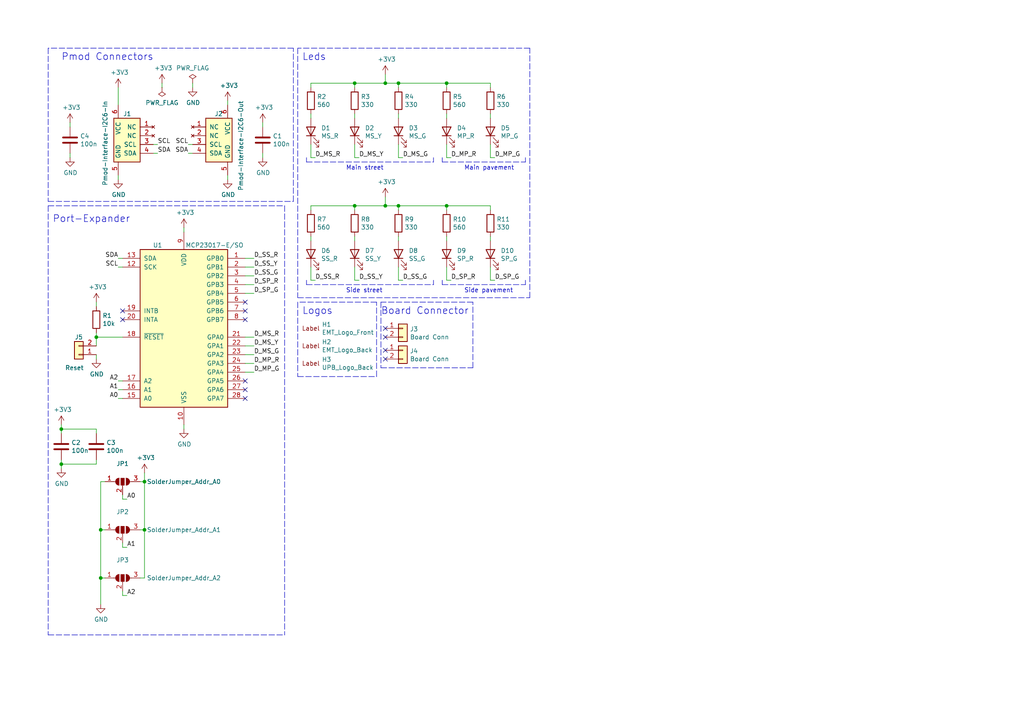
<source format=kicad_sch>
(kicad_sch (version 20211123) (generator eeschema)
  (paper "A4")
  (title_block (title "PMI-ALICE") (date "2023-02-09") (rev "V 1.3") (company "Paderborn University - Measurement Engineering Group"))
  (lib_symbols
    (symbol "Connector_Generic:Conn_01x02" (pin_names (offset 1.016) hide)
      (property "Reference" "J" (at 0 2.54 0))
      (property "Value" "Conn_01x02" (at 0 -5.08 0))
      (symbol "Conn_01x02_1_1"
        (rectangle (start -1.27 -2.413) (end 0 -2.667) (stroke (width 0.1524)))
        (rectangle (start -1.27 0.127) (end 0 -0.127) (stroke (width 0.1524)))
        (rectangle (start -1.27 1.27) (end 1.27 -3.81) (stroke (width 0.254)) (fill (type background)))
        (pin passive line (at -5.08 0 0) (length 3.81) (name "Pin_1") (number "1"))
        (pin passive line (at -5.08 -2.54 0) (length 3.81) (name "Pin_2") (number "2"))
      )
    )
    (symbol "Device:C" (pin_numbers hide) (pin_names (offset 0.254))
      (property "Reference" "C" (at 0.635 2.54 0))
      (property "Value" "C" (at 0.635 -2.54 0))
      (symbol "C_0_1"
        (polyline (pts (xy -2.032 -0.762) (xy 2.032 -0.762)) (stroke (width 0.508)))
        (polyline (pts (xy -2.032 0.762) (xy 2.032 0.762)) (stroke (width 0.508)))
      )
      (symbol "C_1_1"
        (pin passive line (at 0 3.81 270) (length 2.794) (name "~") (number "1"))
        (pin passive line (at 0 -3.81 90) (length 2.794) (name "~") (number "2"))
      )
    )
    (symbol "Device:LED" (pin_numbers hide) (pin_names (offset 1.016) hide)
      (property "Reference" "D" (at 0 2.54 0))
      (property "Value" "LED" (at 0 -2.54 0))
      (symbol "LED_0_1"
        (polyline (pts (xy -1.27 -1.27) (xy -1.27 1.27)) (stroke (width 0.254)))
        (polyline (pts (xy -1.27 0) (xy 1.27 0)))
        (polyline (pts (xy 1.27 -1.27) (xy 1.27 1.27) (xy -1.27 0) (xy 1.27 -1.27)) (stroke (width 0.254)))
        (polyline (pts (xy -3.048 -0.762) (xy -4.572 -2.286) (xy -3.81 -2.286) (xy -4.572 -2.286) (xy -4.572 -1.524)))
        (polyline (pts (xy -1.778 -0.762) (xy -3.302 -2.286) (xy -2.54 -2.286) (xy -3.302 -2.286) (xy -3.302 -1.524)))
      )
      (symbol "LED_1_1"
        (pin passive line (at -3.81 0 0) (length 2.54) (name "K") (number "1"))
        (pin passive line (at 3.81 0 180) (length 2.54) (name "A") (number "2"))
      )
    )
    (symbol "Device:R" (pin_numbers hide) (pin_names (offset 0))
      (property "Reference" "R" (at 2.032 0 90))
      (property "Value" "R" (at 0 0 90))
      (symbol "R_0_1"
        (rectangle (start -1.016 -2.54) (end 1.016 2.54) (stroke (width 0.254)))
      )
      (symbol "R_1_1"
        (pin passive line (at 0 3.81 270) (length 1.27) (name "~") (number "1"))
        (pin passive line (at 0 -3.81 90) (length 1.27) (name "~") (number "2"))
      )
    )
    (symbol "Interface_Expansion:MCP23017_SO" (pin_names (offset 1.016))
      (property "Reference" "U" (at -11.43 24.13 0))
      (property "Value" "MCP23017_SO" (at 0 0 0))
      (symbol "MCP23017_SO_0_1"
        (rectangle (start -12.7 22.86) (end 12.7 -22.86) (stroke (width 0.254)) (fill (type background)))
      )
      (symbol "MCP23017_SO_1_1"
        (pin bidirectional line (at 17.78 20.32 180) (length 5.08) (name "GPB0") (number "1"))
        (pin power_in line (at 0 -27.94 90) (length 5.08) (name "VSS") (number "10"))
        (pin no_connect line (at -12.7 15.24 0) (length 5.08) hide (name "NC") (number "11"))
        (pin input line (at -17.78 17.78 0) (length 5.08) (name "SCK") (number "12"))
        (pin bidirectional line (at -17.78 20.32 0) (length 5.08) (name "SDA") (number "13"))
        (pin no_connect line (at -12.7 12.7 0) (length 5.08) hide (name "NC") (number "14"))
        (pin input line (at -17.78 -20.32 0) (length 5.08) (name "A0") (number "15"))
        (pin input line (at -17.78 -17.78 0) (length 5.08) (name "A1") (number "16"))
        (pin input line (at -17.78 -15.24 0) (length 5.08) (name "A2") (number "17"))
        (pin input line (at -17.78 -2.54 0) (length 5.08) (name "~{RESET}") (number "18"))
        (pin tri_state line (at -17.78 5.08 0) (length 5.08) (name "INTB") (number "19"))
        (pin bidirectional line (at 17.78 17.78 180) (length 5.08) (name "GPB1") (number "2"))
        (pin tri_state line (at -17.78 2.54 0) (length 5.08) (name "INTA") (number "20"))
        (pin bidirectional line (at 17.78 -2.54 180) (length 5.08) (name "GPA0") (number "21"))
        (pin bidirectional line (at 17.78 -5.08 180) (length 5.08) (name "GPA1") (number "22"))
        (pin bidirectional line (at 17.78 -7.62 180) (length 5.08) (name "GPA2") (number "23"))
        (pin bidirectional line (at 17.78 -10.16 180) (length 5.08) (name "GPA3") (number "24"))
        (pin bidirectional line (at 17.78 -12.7 180) (length 5.08) (name "GPA4") (number "25"))
        (pin bidirectional line (at 17.78 -15.24 180) (length 5.08) (name "GPA5") (number "26"))
        (pin bidirectional line (at 17.78 -17.78 180) (length 5.08) (name "GPA6") (number "27"))
        (pin bidirectional line (at 17.78 -20.32 180) (length 5.08) (name "GPA7") (number "28"))
        (pin bidirectional line (at 17.78 15.24 180) (length 5.08) (name "GPB2") (number "3"))
        (pin bidirectional line (at 17.78 12.7 180) (length 5.08) (name "GPB3") (number "4"))
        (pin bidirectional line (at 17.78 10.16 180) (length 5.08) (name "GPB4") (number "5"))
        (pin bidirectional line (at 17.78 7.62 180) (length 5.08) (name "GPB5") (number "6"))
        (pin bidirectional line (at 17.78 5.08 180) (length 5.08) (name "GPB6") (number "7"))
        (pin bidirectional line (at 17.78 2.54 180) (length 5.08) (name "GPB7") (number "8"))
        (pin power_in line (at 0 27.94 270) (length 5.08) (name "VDD") (number "9"))
      )
    )
    (symbol "Jumper:SolderJumper_3_Open" (pin_names (offset 0) hide)
      (property "Reference" "JP" (at -2.54 -2.54 0))
      (property "Value" "SolderJumper_3_Open" (at 0 2.794 0))
      (symbol "SolderJumper_3_Open_0_1"
        (arc (start -1.016 1.016) (mid -2.032 0) (end -1.016 -1.016))
        (arc (start -1.016 1.016) (mid -2.032 0) (end -1.016 -1.016) (fill (type outline)))
        (rectangle (start -0.508 1.016) (end 0.508 -1.016) (fill (type outline)))
        (polyline (pts (xy -2.54 0) (xy -2.032 0)))
        (polyline (pts (xy -1.016 1.016) (xy -1.016 -1.016)))
        (polyline (pts (xy 0 -1.27) (xy 0 -1.016)))
        (polyline (pts (xy 1.016 1.016) (xy 1.016 -1.016)))
        (polyline (pts (xy 2.54 0) (xy 2.032 0)))
        (arc (start 1.016 -1.016) (mid 2.032 0) (end 1.016 1.016))
        (arc (start 1.016 -1.016) (mid 2.032 0) (end 1.016 1.016) (fill (type outline)))
      )
      (symbol "SolderJumper_3_Open_1_1"
        (pin passive line (at -5.08 0 0) (length 2.54) (name "A") (number "1"))
        (pin passive line (at 0 -3.81 90) (length 2.54) (name "C") (number "2"))
        (pin passive line (at 5.08 0 180) (length 2.54) (name "B") (number "3"))
      )
    )
    (symbol "Mechanical-emt:Silkscreen_Label"
      (property "Reference" "H" (at 0 2.54 0))
      (property "Value" "Silkscreen_Label" (at 0 -2.54 0))
      (symbol "Silkscreen_Label_0_0"
        (text "Label" (at 0 0 0) (effects (font (size 1.27 1.27))))
      )
    )
    (symbol "Pmod-Interface-I2C6_1" (pin_names (offset 1.016))
      (property "Reference" "J" (at 0 7.62 0))
      (property "Value" "Pmod-Interface-I2C6_1" (at 8.89 -7.62 0))
      (symbol "Pmod-Interface-I2C6_1_1_1"
        (rectangle (start 3.81 -6.35) (end -3.81 6.35) (stroke (width 0.254)) (fill (type background)))
        (pin no_connect line (at 7.62 3.81 180) (length 3.81) (name "NC") (number "1"))
        (pin no_connect line (at 7.62 1.27 180) (length 3.81) (name "NC") (number "2"))
        (pin bidirectional line (at 7.62 -1.27 180) (length 3.81) (name "SCL") (number "3"))
        (pin bidirectional line (at 7.62 -3.81 180) (length 3.81) (name "SDA") (number "4"))
        (pin power_in line (at -2.54 -10.16 90) (length 3.81) (name "GND") (number "5"))
        (pin passive line (at -2.54 10.16 270) (length 3.81) (name "VCC") (number "6"))
      )
    )
    (symbol "Pmod-Interface-emt:Pmod-Interface-I2C6" (pin_names (offset 1.016))
      (property "Reference" "J" (at 0 7.62 0))
      (property "Value" "Pmod-Interface-I2C6" (at 8.89 -7.62 0))
      (symbol "Pmod-Interface-I2C6_1_1"
        (rectangle (start 3.81 -6.35) (end -3.81 6.35) (stroke (width 0.254)) (fill (type background)))
        (pin no_connect line (at 7.62 3.81 180) (length 3.81) (name "NC") (number "1"))
        (pin no_connect line (at 7.62 1.27 180) (length 3.81) (name "NC") (number "2"))
        (pin bidirectional line (at 7.62 -1.27 180) (length 3.81) (name "SCL") (number "3"))
        (pin bidirectional line (at 7.62 -3.81 180) (length 3.81) (name "SDA") (number "4"))
        (pin power_in line (at -2.54 -10.16 90) (length 3.81) (name "GND") (number "5"))
        (pin passive line (at -2.54 10.16 270) (length 3.81) (name "VCC") (number "6"))
      )
    )
    (symbol "Silkscreen_Label_1"
      (property "Reference" "H" (at 0 2.54 0))
      (property "Value" "Silkscreen_Label_1" (at 0 -2.54 0))
      (symbol "Silkscreen_Label_1_0_0"
        (text "Label" (at 0 0 0) (effects (font (size 1.27 1.27))))
      )
    )
    (symbol "Silkscreen_Label_2"
      (property "Reference" "H" (at 0 2.54 0))
      (property "Value" "Silkscreen_Label_2" (at 0 -2.54 0))
      (symbol "Silkscreen_Label_2_0_0"
        (text "Label" (at 0 0 0) (effects (font (size 1.27 1.27))))
      )
    )
    (symbol "power:+3V3" (power) (pin_names (offset 0))
      (property "Value" "+3V3" (at 0 3.556 0))
      (symbol "+3V3_0_1"
        (polyline (pts (xy -0.762 1.27) (xy 0 2.54)))
        (polyline (pts (xy 0 0) (xy 0 2.54)))
        (polyline (pts (xy 0 2.54) (xy 0.762 1.27)))
      )
      (symbol "+3V3_1_1"
        (pin power_in line (at 0 0 90) (length 0) hide (name "+3V3") (number "1"))
      )
    )
    (symbol "power:GND" (power) (pin_names (offset 0))
      (property "Value" "GND" (at 0 -3.81 0))
      (symbol "GND_0_1"
        (polyline (pts (xy 0 0) (xy 0 -1.27) (xy 1.27 -1.27) (xy 0 -2.54) (xy -1.27 -1.27) (xy 0 -1.27)))
      )
      (symbol "GND_1_1"
        (pin power_in line (at 0 0 270) (length 0) hide (name "GND") (number "1"))
      )
    )
    (symbol "power:PWR_FLAG" (power) (pin_numbers hide) (pin_names (offset 0) hide)
      (property "Value" "PWR_FLAG" (at 0 3.81 0))
      (symbol "PWR_FLAG_0_0"
        (pin power_out line (at 0 0 90) (length 0) (name "pwr") (number "1"))
      )
      (symbol "PWR_FLAG_0_1"
        (polyline (pts (xy 0 0) (xy 0 1.27) (xy -1.016 1.905) (xy 0 2.54) (xy 1.016 1.905) (xy 0 1.27)))
      )
    )
  )
  (junction (at 41.91 139.7))
  (junction (at 102.87 59.69))
  (junction (at 29.21 153.67))
  (junction (at 41.91 153.67))
  (junction (at 115.57 59.69))
  (junction (at 111.76 59.69))
  (junction (at 129.54 59.69))
  (junction (at 129.54 24.13))
  (junction (at 111.76 24.13))
  (junction (at 17.78 124.46))
  (junction (at 17.78 134.62))
  (junction (at 115.57 24.13))
  (junction (at 27.94 97.79))
  (junction (at 29.21 167.64))
  (junction (at 102.87 24.13))
  (no_connect (at 71.12 92.71))
  (no_connect (at 71.12 90.17))
  (no_connect (at 111.76 95.25))
  (no_connect (at 35.56 90.17))
  (no_connect (at 111.76 101.6))
  (no_connect (at 71.12 115.57))
  (no_connect (at 111.76 97.79))
  (no_connect (at 71.12 87.63))
  (no_connect (at 35.56 92.71))
  (no_connect (at 111.76 104.14))
  (no_connect (at 71.12 110.49))
  (no_connect (at 71.12 113.03))
  (wire (pts (xy 102.87 25.4) (xy 102.87 24.13)))
  (wire (pts (xy 35.56 172.72) (xy 36.83 172.72)))
  (wire (pts (xy 90.17 41.91) (xy 90.17 45.72)))
  (polyline (pts (xy 109.22 109.22) (xy 109.22 87.63)))
  (wire (pts (xy 35.56 110.49) (xy 34.29 110.49)))
  (wire (pts (xy 129.54 41.91) (xy 129.54 45.72)))
  (wire (pts (xy 90.17 33.02) (xy 90.17 34.29)))
  (wire (pts (xy 90.17 68.58) (xy 90.17 69.85)))
  (polyline (pts (xy 13.97 59.69) (xy 82.55 59.69)))
  (wire (pts (xy 71.12 77.47) (xy 73.66 77.47)))
  (wire (pts (xy 34.29 74.93) (xy 35.56 74.93)))
  (wire (pts (xy 115.57 33.02) (xy 115.57 34.29)))
  (wire (pts (xy 40.64 139.7) (xy 41.91 139.7)))
  (wire (pts (xy 111.76 59.69) (xy 115.57 59.69)))
  (wire (pts (xy 53.34 124.46) (xy 53.34 123.19)))
  (wire (pts (xy 142.24 68.58) (xy 142.24 69.85)))
  (wire (pts (xy 41.91 167.64) (xy 40.64 167.64)))
  (wire (pts (xy 142.24 33.02) (xy 142.24 34.29)))
  (wire (pts (xy 102.87 59.69) (xy 111.76 59.69)))
  (wire (pts (xy 129.54 77.47) (xy 129.54 81.28)))
  (polyline (pts (xy 88.9 46.99) (xy 125.73 46.99)))
  (wire (pts (xy 35.56 115.57) (xy 34.29 115.57)))
  (wire (pts (xy 41.91 137.16) (xy 41.91 139.7)))
  (wire (pts (xy 129.54 24.13) (xy 142.24 24.13)))
  (wire (pts (xy 115.57 59.69) (xy 129.54 59.69)))
  (wire (pts (xy 35.56 158.75) (xy 36.83 158.75)))
  (wire (pts (xy 111.76 21.59) (xy 111.76 24.13)))
  (wire (pts (xy 17.78 134.62) (xy 27.94 134.62)))
  (polyline (pts (xy 88.9 82.55) (xy 125.73 82.55)))
  (polyline (pts (xy 110.49 106.68) (xy 137.16 106.68)))
  (wire (pts (xy 115.57 25.4) (xy 115.57 24.13)))
  (wire (pts (xy 90.17 81.28) (xy 91.44 81.28)))
  (wire (pts (xy 54.61 44.45) (xy 55.88 44.45)))
  (wire (pts (xy 76.2 35.56) (xy 76.2 36.83)))
  (wire (pts (xy 102.87 81.28) (xy 104.14 81.28)))
  (polyline (pts (xy 86.36 13.97) (xy 86.36 86.36)))
  (wire (pts (xy 129.54 45.72) (xy 130.81 45.72)))
  (wire (pts (xy 129.54 59.69) (xy 142.24 59.69)))
  (wire (pts (xy 115.57 77.47) (xy 115.57 81.28)))
  (wire (pts (xy 35.56 144.78) (xy 35.56 143.51)))
  (polyline (pts (xy 88.9 81.28) (xy 88.9 82.55)))
  (wire (pts (xy 73.66 74.93) (xy 71.12 74.93)))
  (wire (pts (xy 115.57 68.58) (xy 115.57 69.85)))
  (wire (pts (xy 20.32 35.56) (xy 20.32 36.83)))
  (polyline (pts (xy 153.67 86.36) (xy 153.67 13.97)))
  (wire (pts (xy 29.21 175.26) (xy 29.21 167.64)))
  (wire (pts (xy 55.88 24.13) (xy 55.88 25.4)))
  (wire (pts (xy 17.78 133.35) (xy 17.78 134.62)))
  (wire (pts (xy 115.57 60.96) (xy 115.57 59.69)))
  (wire (pts (xy 45.72 44.45) (xy 44.45 44.45)))
  (wire (pts (xy 66.04 52.07) (xy 66.04 50.8)))
  (wire (pts (xy 90.17 25.4) (xy 90.17 24.13)))
  (polyline (pts (xy 153.67 13.97) (xy 86.36 13.97)))
  (wire (pts (xy 54.61 41.91) (xy 55.88 41.91)))
  (wire (pts (xy 20.32 44.45) (xy 20.32 45.72)))
  (wire (pts (xy 142.24 45.72) (xy 143.51 45.72)))
  (wire (pts (xy 142.24 41.91) (xy 142.24 45.72)))
  (wire (pts (xy 29.21 153.67) (xy 29.21 139.7)))
  (wire (pts (xy 90.17 60.96) (xy 90.17 59.69)))
  (polyline (pts (xy 137.16 87.63) (xy 110.49 87.63)))
  (wire (pts (xy 46.99 24.13) (xy 46.99 25.4)))
  (wire (pts (xy 45.72 41.91) (xy 44.45 41.91)))
  (polyline (pts (xy 86.36 86.36) (xy 153.67 86.36)))
  (wire (pts (xy 40.64 153.67) (xy 41.91 153.67)))
  (wire (pts (xy 115.57 45.72) (xy 116.84 45.72)))
  (wire (pts (xy 129.54 25.4) (xy 129.54 24.13)))
  (wire (pts (xy 115.57 24.13) (xy 129.54 24.13)))
  (polyline (pts (xy 137.16 106.68) (xy 137.16 87.63)))
  (polyline (pts (xy 82.55 59.69) (xy 82.55 184.15)))
  (polyline (pts (xy 152.4 46.99) (xy 152.4 45.72)))
  (wire (pts (xy 41.91 139.7) (xy 41.91 153.67)))
  (wire (pts (xy 71.12 82.55) (xy 73.66 82.55)))
  (polyline (pts (xy 88.9 45.72) (xy 88.9 46.99)))
  (polyline (pts (xy 13.97 13.97) (xy 13.97 58.42)))
  (wire (pts (xy 115.57 41.91) (xy 115.57 45.72)))
  (wire (pts (xy 90.17 59.69) (xy 102.87 59.69)))
  (wire (pts (xy 73.66 97.79) (xy 71.12 97.79)))
  (wire (pts (xy 27.94 125.73) (xy 27.94 124.46)))
  (wire (pts (xy 102.87 77.47) (xy 102.87 81.28)))
  (wire (pts (xy 29.21 167.64) (xy 29.21 153.67)))
  (wire (pts (xy 34.29 77.47) (xy 35.56 77.47)))
  (wire (pts (xy 102.87 45.72) (xy 104.14 45.72)))
  (polyline (pts (xy 125.73 82.55) (xy 125.73 81.28)))
  (wire (pts (xy 90.17 77.47) (xy 90.17 81.28)))
  (wire (pts (xy 27.94 97.79) (xy 35.56 97.79)))
  (wire (pts (xy 129.54 68.58) (xy 129.54 69.85)))
  (wire (pts (xy 27.94 96.52) (xy 27.94 97.79)))
  (wire (pts (xy 102.87 68.58) (xy 102.87 69.85)))
  (polyline (pts (xy 128.27 45.72) (xy 128.27 46.99)))
  (wire (pts (xy 27.94 102.87) (xy 27.94 104.14)))
  (wire (pts (xy 35.56 113.03) (xy 34.29 113.03)))
  (wire (pts (xy 17.78 134.62) (xy 17.78 135.89)))
  (polyline (pts (xy 152.4 82.55) (xy 152.4 81.28)))
  (wire (pts (xy 142.24 59.69) (xy 142.24 60.96)))
  (wire (pts (xy 27.94 97.79) (xy 27.94 100.33)))
  (wire (pts (xy 73.66 100.33) (xy 71.12 100.33)))
  (wire (pts (xy 66.04 29.21) (xy 66.04 30.48)))
  (wire (pts (xy 34.29 52.07) (xy 34.29 50.8)))
  (wire (pts (xy 129.54 81.28) (xy 130.81 81.28)))
  (wire (pts (xy 17.78 124.46) (xy 17.78 125.73)))
  (wire (pts (xy 73.66 107.95) (xy 71.12 107.95)))
  (wire (pts (xy 129.54 60.96) (xy 129.54 59.69)))
  (wire (pts (xy 129.54 33.02) (xy 129.54 34.29)))
  (wire (pts (xy 36.83 144.78) (xy 35.56 144.78)))
  (polyline (pts (xy 13.97 58.42) (xy 85.09 58.42)))
  (wire (pts (xy 102.87 33.02) (xy 102.87 34.29)))
  (polyline (pts (xy 110.49 87.63) (xy 110.49 106.68)))
  (wire (pts (xy 142.24 81.28) (xy 143.51 81.28)))
  (wire (pts (xy 142.24 24.13) (xy 142.24 25.4)))
  (wire (pts (xy 73.66 102.87) (xy 71.12 102.87)))
  (polyline (pts (xy 128.27 46.99) (xy 152.4 46.99)))
  (polyline (pts (xy 128.27 81.28) (xy 128.27 82.55)))
  (wire (pts (xy 76.2 44.45) (xy 76.2 45.72)))
  (wire (pts (xy 35.56 157.48) (xy 35.56 158.75)))
  (polyline (pts (xy 13.97 59.69) (xy 13.97 184.15)))
  (wire (pts (xy 102.87 60.96) (xy 102.87 59.69)))
  (wire (pts (xy 90.17 24.13) (xy 102.87 24.13)))
  (polyline (pts (xy 13.97 184.15) (xy 82.55 184.15)))
  (wire (pts (xy 90.17 45.72) (xy 91.44 45.72)))
  (polyline (pts (xy 85.09 13.97) (xy 13.97 13.97)))
  (wire (pts (xy 53.34 67.31) (xy 53.34 66.04)))
  (wire (pts (xy 27.94 87.63) (xy 27.94 88.9)))
  (wire (pts (xy 73.66 80.01) (xy 71.12 80.01)))
  (wire (pts (xy 29.21 139.7) (xy 30.48 139.7)))
  (wire (pts (xy 35.56 171.45) (xy 35.56 172.72)))
  (wire (pts (xy 17.78 123.19) (xy 17.78 124.46)))
  (wire (pts (xy 115.57 81.28) (xy 116.84 81.28)))
  (polyline (pts (xy 85.09 58.42) (xy 85.09 13.97)))
  (polyline (pts (xy 125.73 46.99) (xy 125.73 45.72)))
  (wire (pts (xy 27.94 124.46) (xy 17.78 124.46)))
  (wire (pts (xy 142.24 77.47) (xy 142.24 81.28)))
  (wire (pts (xy 102.87 41.91) (xy 102.87 45.72)))
  (wire (pts (xy 111.76 24.13) (xy 115.57 24.13)))
  (wire (pts (xy 73.66 85.09) (xy 71.12 85.09)))
  (wire (pts (xy 71.12 105.41) (xy 73.66 105.41)))
  (wire (pts (xy 27.94 134.62) (xy 27.94 133.35)))
  (wire (pts (xy 29.21 153.67) (xy 30.48 153.67)))
  (wire (pts (xy 34.29 25.4) (xy 34.29 30.48)))
  (wire (pts (xy 41.91 153.67) (xy 41.91 167.64)))
  (polyline (pts (xy 86.36 87.63) (xy 86.36 109.22)))
  (polyline (pts (xy 128.27 82.55) (xy 152.4 82.55)))
  (polyline (pts (xy 109.22 87.63) (xy 86.36 87.63)))
  (wire (pts (xy 29.21 167.64) (xy 30.48 167.64)))
  (wire (pts (xy 111.76 57.15) (xy 111.76 59.69)))
  (polyline (pts (xy 86.36 109.22) (xy 109.22 109.22)))
  (wire (pts (xy 102.87 24.13) (xy 111.76 24.13)))
  (text "Main pavement" (at 134.62 49.53 0) (effects (font (size 1.27 1.27)) (justify left bottom)))
  (text "Main street" (at 100.33 49.53 0) (effects (font (size 1.27 1.27)) (justify left bottom)))
  (text "Side pavement" (at 134.62 85.09 0) (effects (font (size 1.27 1.27)) (justify left bottom)))
  (text "Leds" (at 87.63 17.78 0) (effects (font (size 2.0066 2.0066)) (justify left bottom)))
  (text "Side street" (at 100.33 85.09 0) (effects (font (size 1.27 1.27)) (justify left bottom)))
  (text "Pmod Connectors" (at 17.78 17.78 0) (effects (font (size 2.0066 2.0066)) (justify left bottom)))
  (text "Port-Expander" (at 15.24 64.77 0) (effects (font (size 2.0066 2.0066)) (justify left bottom)))
  (text "Board Connector" (at 110.49 91.44 0) (effects (font (size 2.0066 2.0066)) (justify left bottom)))
  (text "Logos" (at 87.63 91.44 0) (effects (font (size 2.0066 2.0066)) (justify left bottom)))
  (label "A2" (at 36.83 172.72 0))
  (label "SDA" (at 34.29 74.93 180))
  (label "D_MP_R" (at 73.66 105.41 0))
  (label "D_MP_R" (at 130.81 45.72 0))
  (label "A0" (at 36.83 144.78 0))
  (label "D_MS_G" (at 73.66 102.87 0))
  (label "D_MP_G" (at 143.51 45.72 0))
  (label "D_SP_R" (at 130.81 81.28 0))
  (label "D_SS_Y" (at 73.66 77.47 0))
  (label "D_MS_R" (at 73.66 97.79 0))
  (label "D_SS_G" (at 116.84 81.28 0))
  (label "SDA" (at 54.61 44.45 180))
  (label "D_MS_R" (at 91.44 45.72 0))
  (label "D_SS_G" (at 73.66 80.01 0))
  (label "D_SP_G" (at 73.66 85.09 0))
  (label "D_MP_G" (at 73.66 107.95 0))
  (label "D_SS_Y" (at 104.14 81.28 0))
  (label "D_SS_R" (at 91.44 81.28 0))
  (label "A1" (at 36.83 158.75 0))
  (label "D_SP_G" (at 143.51 81.28 0))
  (label "D_SP_R" (at 73.66 82.55 0))
  (label "A1" (at 34.29 113.03 180))
  (label "D_MS_G" (at 116.84 45.72 0))
  (label "D_MS_Y" (at 73.66 100.33 0))
  (label "SCL" (at 45.72 41.91 0))
  (label "D_MS_Y" (at 104.14 45.72 0))
  (label "SCL" (at 34.29 77.47 180))
  (label "SDA" (at 45.72 44.45 0))
  (label "A0" (at 34.29 115.57 180))
  (label "SCL" (at 54.61 41.91 180))
  (label "D_SS_R" (at 73.66 74.93 0))
  (label "A2" (at 34.29 110.49 180))
  (symbol (lib_id "Pmod-Interface-emt:Pmod-Interface-I2C6") (at 36.83 40.64 0) (unit 1)
    (property "Reference" "J1" (at 38.1 33.02 0) (effects (justify right)))
    (property "Value" "Pmod-Interface-I2C6-In" (at 30.48 29.21 90) (effects (justify right)))
    (property "Footprint" "Pmod_Interface-emt:Pmod_Interface_Male6" (effects hide))
  )
  (symbol (lib_id "power:GND") (at 34.29 52.07 0) (unit 1)
    (property "Reference" "#PWR02" (effects hide))
    (property "Value" "GND" (at 34.417 56.4642 0))
  )
  (symbol (lib_id "power:+3V3") (at 34.29 25.4 0) (unit 1)
    (property "Reference" "#PWR01" (effects hide))
    (property "Value" "+3V3" (at 34.671 21.0058 0))
  )
  (symbol (lib_id "power:PWR_FLAG") (at 46.99 25.4 180) (unit 1)
    (property "Reference" "#FLG01" (effects hide))
    (property "Value" "PWR_FLAG" (at 46.99 29.8196 0))
  )
  (symbol (lib_name "Pmod-Interface-I2C6_1") (lib_id "Pmod-Interface-emt:Pmod-Interface-I2C6") (at 63.5 40.64 0) (mirror y) (unit 1)
    (property "Reference" "J2" (at 62.23 33.02 0) (effects (justify right)))
    (property "Value" "Pmod-Interface-I2C6-Out" (at 69.85 29.21 90) (effects (justify right)))
    (property "Footprint" "Pmod_Interface-emt:Pmod_Interface_Female6" (effects hide))
  )
  (symbol (lib_id "power:GND") (at 66.04 52.07 0) (unit 1)
    (property "Reference" "#PWR04" (effects hide))
    (property "Value" "GND" (at 66.167 56.4642 0))
  )
  (symbol (lib_id "power:+3V3") (at 66.04 29.21 0) (unit 1)
    (property "Reference" "#PWR03" (effects hide))
    (property "Value" "+3V3" (at 66.421 24.8158 0))
  )
  (symbol (lib_id "power:+3V3") (at 76.2 35.56 0) (unit 1)
    (property "Reference" "#PWR05" (effects hide))
    (property "Value" "+3V3" (at 76.581 31.1658 0))
  )
  (symbol (lib_id "power:GND") (at 76.2 45.72 0) (unit 1)
    (property "Reference" "#PWR06" (effects hide))
    (property "Value" "GND" (at 76.327 50.1142 0))
  )
  (symbol (lib_id "Device:C") (at 76.2 40.64 0) (unit 1)
    (property "Reference" "C1" (at 79.121 39.4716 0) (effects (justify left)))
    (property "Value" "100n" (at 79.121 41.783 0) (effects (justify left)))
    (property "Footprint" "Capacitor_SMD:C_0603_1608Metric" (effects hide))
  )
  (symbol (lib_id "power:+3V3") (at 17.78 123.19 0) (unit 1)
    (property "Reference" "#PWR07" (effects hide))
    (property "Value" "+3V3" (at 18.161 118.7958 0))
  )
  (symbol (lib_id "power:GND") (at 17.78 135.89 0) (unit 1)
    (property "Reference" "#PWR08" (effects hide))
    (property "Value" "GND" (at 17.907 140.2842 0))
  )
  (symbol (lib_id "Device:C") (at 17.78 129.54 0) (unit 1)
    (property "Reference" "C2" (at 20.701 128.3716 0) (effects (justify left)))
    (property "Value" "100n" (at 20.701 130.683 0) (effects (justify left)))
    (property "Footprint" "Capacitor_SMD:C_0603_1608Metric" (effects hide))
  )
  (symbol (lib_id "power:+3V3") (at 53.34 66.04 0) (unit 1)
    (property "Reference" "#PWR010" (effects hide))
    (property "Value" "+3V3" (at 53.721 61.6458 0))
  )
  (symbol (lib_id "Interface_Expansion:MCP23017_SO") (at 53.34 95.25 0) (unit 1)
    (property "Reference" "U1" (at 45.72 71.12 0))
    (property "Value" "MCP23017-E/SO" (at 62.23 71.12 0))
    (property "Footprint" "Package_SO:SOIC-28W_7.5x17.9mm_P1.27mm" (effects hide))
    (property "Datasheet" "http://ww1.microchip.com/downloads/en/DeviceDoc/20001952C.pdf" (effects hide))
    (property "Reichelt Part No" "MCP23017-E/SO" (effects hide))
    (property "Mouser Part No " "579-MCP23017-E/SO" (effects hide))
    (property "Manufacturer" "Microchip Technology" (effects hide))
    (property " Manufacturer Part No " "MCP23017-E/SO" (effects hide))
  )
  (symbol (lib_id "Device:C") (at 27.94 129.54 0) (unit 1)
    (property "Reference" "C3" (at 30.861 128.3716 0) (effects (justify left)))
    (property "Value" "100n" (at 30.861 130.683 0) (effects (justify left)))
    (property "Footprint" "Capacitor_SMD:C_0603_1608Metric" (effects hide))
  )
  (symbol (lib_id "power:GND") (at 53.34 124.46 0) (unit 1)
    (property "Reference" "#PWR0101" (effects hide))
    (property "Value" "GND" (at 53.467 128.8542 0))
  )
  (symbol (lib_id "power:+3V3") (at 27.94 87.63 0) (unit 1)
    (property "Reference" "#PWR0102" (effects hide))
    (property "Value" "+3V3" (at 28.321 83.2358 0))
  )
  (symbol (lib_id "Device:R") (at 27.94 92.71 0) (unit 1)
    (property "Reference" "R1" (at 29.718 91.5416 0) (effects (justify left)))
    (property "Value" "10k" (at 29.718 93.853 0) (effects (justify left)))
    (property "Footprint" "Resistor_SMD:R_0603_1608Metric" (effects hide))
  )
  (symbol (lib_id "Device:R") (at 90.17 29.21 0) (unit 1)
    (property "Reference" "R2" (at 91.948 28.0416 0) (effects (justify left)))
    (property "Value" "560" (at 91.948 30.353 0) (effects (justify left)))
    (property "Footprint" "Resistor_SMD:R_0603_1608Metric" (effects hide))
  )
  (symbol (lib_id "Device:LED") (at 90.17 38.1 90) (unit 1)
    (property "Reference" "D1" (at 93.1418 37.1348 90) (effects (justify right)))
    (property "Value" "MS_R" (at 93.1418 39.4462 90) (effects (justify right)))
    (property "Footprint" "LED_SMD:LED_0603_1608Metric" (effects hide))
    (property " Manufacturer Part No " "LS L29K-G1H2-1-Z" (effects hide))
    (property "Manufacturer" "Osram" (effects hide))
    (property "Mouser Part No " "720-LSL29K-G1H2-1-Z" (effects hide))
    (property "Reichelt Part No" "OSO LSL29K-G1J2" (effects hide))
  )
  (symbol (lib_id "Connector_Generic:Conn_01x02") (at 116.84 95.25 0) (unit 1)
    (property "Reference" "J3" (at 118.872 95.4532 0) (effects (justify left)))
    (property "Value" "Board Conn" (at 118.872 97.7646 0) (effects (justify left)))
    (property "Footprint" "Connector_PinHeader_2.54mm:PinHeader_1x02_P2.54mm_Horizontal" (effects hide))
  )
  (symbol (lib_id "Connector_Generic:Conn_01x02") (at 116.84 101.6 0) (unit 1)
    (property "Reference" "J4" (at 118.872 101.8032 0) (effects (justify left)))
    (property "Value" "Board Conn" (at 118.872 104.1146 0) (effects (justify left)))
    (property "Footprint" "Connector_PinSocket_2.54mm:PinSocket_1x02_P2.54mm_Horizontal" (effects hide))
  )
  (symbol (lib_id "Jumper:SolderJumper_3_Open") (at 35.56 139.7 0) (unit 1)
    (property "Reference" "JP1" (at 35.56 134.493 0))
    (property "Value" "SolderJumper_Addr_A0" (at 53.34 139.7 0))
    (property "Footprint" "Jumper:SolderJumper-3_P2.0mm_Open_TrianglePad1.0x1.5mm" (effects hide))
  )
  (symbol (lib_id "Jumper:SolderJumper_3_Open") (at 35.56 153.67 0) (unit 1)
    (property "Reference" "JP2" (at 35.56 148.463 0))
    (property "Value" "SolderJumper_Addr_A1" (at 53.34 153.67 0))
    (property "Footprint" "Jumper:SolderJumper-3_P2.0mm_Open_TrianglePad1.0x1.5mm" (effects hide))
  )
  (symbol (lib_id "Jumper:SolderJumper_3_Open") (at 35.56 167.64 0) (unit 1)
    (property "Reference" "JP3" (at 35.56 162.433 0))
    (property "Value" "SolderJumper_Addr_A2" (at 53.34 167.64 0))
    (property "Footprint" "Jumper:SolderJumper-3_P2.0mm_Open_TrianglePad1.0x1.5mm" (effects hide))
  )
  (symbol (lib_id "power:GND") (at 29.21 175.26 0) (unit 1)
    (property "Reference" "#PWR016" (effects hide))
    (property "Value" "GND" (at 29.337 179.6542 0))
  )
  (symbol (lib_id "power:+3V3") (at 41.91 137.16 0) (unit 1)
    (property "Reference" "#PWR0103" (effects hide))
    (property "Value" "+3V3" (at 42.291 132.7658 0))
  )
  (symbol (lib_name "Silkscreen_Label_1") (lib_id "Mechanical-emt:Silkscreen_Label") (at 90.17 95.25 0) (unit 1)
    (property "Reference" "H1" (at 93.345 94.107 0) (effects (justify left)))
    (property "Value" "EMT_Logo_Front" (at 93.345 96.4184 0) (effects (justify left)))
    (property "Footprint" "Symbol-emt:EMT-Logo_5.1x2.5mm_Silkscreen" (effects hide))
  )
  (symbol (lib_name "Silkscreen_Label_2") (lib_id "Mechanical-emt:Silkscreen_Label") (at 90.17 100.33 0) (unit 1)
    (property "Reference" "H2" (at 93.345 99.187 0) (effects (justify left)))
    (property "Value" "EMT_Logo_Back" (at 93.345 101.4984 0) (effects (justify left)))
    (property "Footprint" "Symbol-emt:EMT-Logo_8.2x4.1mm_Silkscreen" (effects hide))
  )
  (symbol (lib_id "Mechanical-emt:Silkscreen_Label") (at 90.17 105.41 0) (unit 1)
    (property "Reference" "H3" (at 93.345 104.267 0) (effects (justify left)))
    (property "Value" "UPB_Logo_Back" (at 93.345 106.5784 0) (effects (justify left)))
    (property "Footprint" "Symbol-emt:UPB-Logo_En_12.3X4.3mm" (effects hide))
  )
  (symbol (lib_id "power:+3V3") (at 111.76 21.59 0) (unit 1)
    (property "Reference" "#PWR09" (effects hide))
    (property "Value" "+3V3" (at 112.141 17.1958 0))
  )
  (symbol (lib_id "Device:R") (at 102.87 29.21 0) (unit 1)
    (property "Reference" "R3" (at 104.648 28.0416 0) (effects (justify left)))
    (property "Value" "330" (at 104.648 30.353 0) (effects (justify left)))
    (property "Footprint" "Resistor_SMD:R_0603_1608Metric" (effects hide))
  )
  (symbol (lib_id "Device:LED") (at 102.87 38.1 90) (unit 1)
    (property "Reference" "D2" (at 105.8418 37.1348 90) (effects (justify right)))
    (property "Value" "MS_Y" (at 105.8418 39.4462 90) (effects (justify right)))
    (property "Footprint" "LED_SMD:LED_0603_1608Metric" (effects hide))
    (property " Manufacturer Part No " "LY L29K-H1K2-26" (effects hide))
    (property "Manufacturer" "Osram" (effects hide))
    (property "Mouser Part No " "720-LYL29KH1K226Z " (effects hide))
    (property "Reichelt Part No" " OSO LYL29K-H1K2 " (effects hide))
  )
  (symbol (lib_id "Device:R") (at 115.57 29.21 0) (unit 1)
    (property "Reference" "R4" (at 117.348 28.0416 0) (effects (justify left)))
    (property "Value" "330" (at 117.348 30.353 0) (effects (justify left)))
    (property "Footprint" "Resistor_SMD:R_0603_1608Metric" (effects hide))
  )
  (symbol (lib_id "Device:LED") (at 115.57 38.1 90) (unit 1)
    (property "Reference" "D3" (at 118.5418 37.1348 90) (effects (justify right)))
    (property "Value" "MS_G" (at 118.5418 39.4462 90) (effects (justify right)))
    (property "Footprint" "LED_SMD:LED_0603_1608Metric" (effects hide))
    (property " Manufacturer Part No " "LG L29K-F2J1-24-Z" (effects hide))
    (property "Manufacturer" "Osram" (effects hide))
    (property "Mouser Part No " "720-LGL29KF2J124Z" (effects hide))
    (property "Reichelt Part No" "LG L29K" (effects hide))
  )
  (symbol (lib_id "Device:R") (at 129.54 29.21 0) (unit 1)
    (property "Reference" "R5" (at 131.318 28.0416 0) (effects (justify left)))
    (property "Value" "560" (at 131.318 30.353 0) (effects (justify left)))
    (property "Footprint" "Resistor_SMD:R_0603_1608Metric" (effects hide))
  )
  (symbol (lib_id "Device:LED") (at 129.54 38.1 90) (unit 1)
    (property "Reference" "D4" (at 132.5118 37.1348 90) (effects (justify right)))
    (property "Value" "MP_R" (at 132.5118 39.4462 90) (effects (justify right)))
    (property "Footprint" "LED_SMD:LED_0603_1608Metric" (effects hide))
    (property " Manufacturer Part No " "LS L29K-G1H2-1-Z" (effects hide))
    (property "Manufacturer" "Osram" (effects hide))
    (property "Mouser Part No " "720-LSL29K-G1H2-1-Z" (effects hide))
    (property "Reichelt Part No" "OSO LSL29K-G1J2" (effects hide))
  )
  (symbol (lib_id "Device:R") (at 142.24 29.21 0) (unit 1)
    (property "Reference" "R6" (at 144.018 28.0416 0) (effects (justify left)))
    (property "Value" "330" (at 144.018 30.353 0) (effects (justify left)))
    (property "Footprint" "Resistor_SMD:R_0603_1608Metric" (effects hide))
  )
  (symbol (lib_id "Device:LED") (at 142.24 38.1 90) (unit 1)
    (property "Reference" "D5" (at 145.2118 37.1348 90) (effects (justify right)))
    (property "Value" "MP_G" (at 145.2118 39.4462 90) (effects (justify right)))
    (property "Footprint" "LED_SMD:LED_0603_1608Metric" (effects hide))
    (property " Manufacturer Part No " "LG L29K-F2J1-24-Z" (effects hide))
    (property "Manufacturer" "Osram" (effects hide))
    (property "Mouser Part No " "720-LGL29KF2J124Z" (effects hide))
    (property "Reichelt Part No" "LG L29K" (effects hide))
  )
  (symbol (lib_id "Device:R") (at 90.17 64.77 0) (unit 1)
    (property "Reference" "R7" (at 91.948 63.6016 0) (effects (justify left)))
    (property "Value" "560" (at 91.948 65.913 0) (effects (justify left)))
    (property "Footprint" "Resistor_SMD:R_0603_1608Metric" (effects hide))
  )
  (symbol (lib_id "Device:LED") (at 90.17 73.66 90) (unit 1)
    (property "Reference" "D6" (at 93.1418 72.6948 90) (effects (justify right)))
    (property "Value" "SS_R" (at 93.1418 75.0062 90) (effects (justify right)))
    (property "Footprint" "LED_SMD:LED_0603_1608Metric" (effects hide))
    (property " Manufacturer Part No " "LS L29K-G1H2-1-Z" (effects hide))
    (property "Manufacturer" "Osram" (effects hide))
    (property "Mouser Part No " "720-LSL29K-G1H2-1-Z" (effects hide))
    (property "Reichelt Part No" "OSO LSL29K-G1J2" (effects hide))
  )
  (symbol (lib_id "power:+3V3") (at 111.76 57.15 0) (unit 1)
    (property "Reference" "#PWR012" (effects hide))
    (property "Value" "+3V3" (at 112.141 52.7558 0))
  )
  (symbol (lib_id "Device:R") (at 102.87 64.77 0) (unit 1)
    (property "Reference" "R8" (at 104.648 63.6016 0) (effects (justify left)))
    (property "Value" "330" (at 104.648 65.913 0) (effects (justify left)))
    (property "Footprint" "Resistor_SMD:R_0603_1608Metric" (effects hide))
  )
  (symbol (lib_id "Device:LED") (at 102.87 73.66 90) (unit 1)
    (property "Reference" "D7" (at 105.8418 72.6948 90) (effects (justify right)))
    (property "Value" "SS_Y" (at 105.8418 75.0062 90) (effects (justify right)))
    (property "Footprint" "LED_SMD:LED_0603_1608Metric" (effects hide))
    (property " Manufacturer Part No " "LY L29K-H1K2-26" (effects hide))
    (property "Manufacturer" "Osram" (effects hide))
    (property "Mouser Part No " "720-LYL29KH1K226Z " (effects hide))
    (property "Reichelt Part No" " OSO LYL29K-H1K2 " (effects hide))
  )
  (symbol (lib_id "Device:R") (at 115.57 64.77 0) (unit 1)
    (property "Reference" "R9" (at 117.348 63.6016 0) (effects (justify left)))
    (property "Value" "330" (at 117.348 65.913 0) (effects (justify left)))
    (property "Footprint" "Resistor_SMD:R_0603_1608Metric" (effects hide))
  )
  (symbol (lib_id "Device:LED") (at 115.57 73.66 90) (unit 1)
    (property "Reference" "D8" (at 118.5418 72.6948 90) (effects (justify right)))
    (property "Value" "SS_G" (at 118.5418 75.0062 90) (effects (justify right)))
    (property "Footprint" "LED_SMD:LED_0603_1608Metric" (effects hide))
    (property " Manufacturer Part No " "LG L29K-F2J1-24-Z" (effects hide))
    (property "Manufacturer" "Osram" (effects hide))
    (property "Mouser Part No " "720-LGL29KF2J124Z" (effects hide))
    (property "Reichelt Part No" "LG L29K" (effects hide))
  )
  (symbol (lib_id "Device:R") (at 129.54 64.77 0) (unit 1)
    (property "Reference" "R10" (at 131.318 63.6016 0) (effects (justify left)))
    (property "Value" "560" (at 131.318 65.913 0) (effects (justify left)))
    (property "Footprint" "Resistor_SMD:R_0603_1608Metric" (effects hide))
  )
  (symbol (lib_id "Device:LED") (at 129.54 73.66 90) (unit 1)
    (property "Reference" "D9" (at 132.5118 72.6948 90) (effects (justify right)))
    (property "Value" "SP_R" (at 132.5118 75.0062 90) (effects (justify right)))
    (property "Footprint" "LED_SMD:LED_0603_1608Metric" (effects hide))
    (property " Manufacturer Part No " "LS L29K-G1H2-1-Z" (effects hide))
    (property "Manufacturer" "Osram" (effects hide))
    (property "Mouser Part No " "720-LSL29K-G1H2-1-Z" (effects hide))
    (property "Reichelt Part No" "OSO LSL29K-G1J2" (effects hide))
  )
  (symbol (lib_id "Device:R") (at 142.24 64.77 0) (unit 1)
    (property "Reference" "R11" (at 144.018 63.6016 0) (effects (justify left)))
    (property "Value" "330" (at 144.018 65.913 0) (effects (justify left)))
    (property "Footprint" "Resistor_SMD:R_0603_1608Metric" (effects hide))
  )
  (symbol (lib_id "Device:LED") (at 142.24 73.66 90) (unit 1)
    (property "Reference" "D10" (at 145.2118 72.6948 90) (effects (justify right)))
    (property "Value" "SP_G" (at 145.2118 75.0062 90) (effects (justify right)))
    (property "Footprint" "LED_SMD:LED_0603_1608Metric" (effects hide))
    (property " Manufacturer Part No " "LG L29K-F2J1-24-Z" (effects hide))
    (property "Manufacturer" "Osram" (effects hide))
    (property "Mouser Part No " "720-LGL29KF2J124Z" (effects hide))
    (property "Reichelt Part No" "LG L29K" (effects hide))
  )
  (symbol (lib_id "power:+3V3") (at 20.32 35.56 0) (unit 1)
    (property "Reference" "#PWR013" (effects hide))
    (property "Value" "+3V3" (at 20.701 31.1658 0))
  )
  (symbol (lib_id "power:GND") (at 20.32 45.72 0) (unit 1)
    (property "Reference" "#PWR014" (effects hide))
    (property "Value" "GND" (at 20.447 50.1142 0))
  )
  (symbol (lib_id "Device:C") (at 20.32 40.64 0) (unit 1)
    (property "Reference" "C4" (at 23.241 39.4716 0) (effects (justify left)))
    (property "Value" "100n" (at 23.241 41.783 0) (effects (justify left)))
    (property "Footprint" "Capacitor_SMD:C_0603_1608Metric" (effects hide))
  )
  (symbol (lib_id "power:+3V3") (at 46.99 24.13 0) (unit 1)
    (property "Reference" "#PWR015" (effects hide))
    (property "Value" "+3V3" (at 47.371 19.7358 0))
  )
  (symbol (lib_id "Connector_Generic:Conn_01x02") (at 22.86 102.87 180) (unit 1)
    (property "Reference" "J5" (at 22.86 97.79 0))
    (property "Value" "Reset" (at 21.59 106.68 0))
    (property "Footprint" "Connector_PinHeader_1.27mm:PinHeader_1x02_P1.27mm_Vertical" (effects hide))
  )
  (symbol (lib_id "power:GND") (at 27.94 104.14 0) (unit 1)
    (property "Reference" "#PWR011" (effects hide))
    (property "Value" "GND" (at 28.067 108.5342 0))
  )
  (symbol (lib_id "power:GND") (at 55.88 25.4 0) (unit 1)
    (property "Reference" "#PWR0105" (effects hide))
    (property "Value" "GND" (at 56.007 29.7942 0))
  )
  (symbol (lib_id "power:PWR_FLAG") (at 55.88 24.13 0) (unit 1)
    (property "Reference" "#FLG0102" (effects hide))
    (property "Value" "PWR_FLAG" (at 55.88 19.7358 0))
  )
)
</source>
